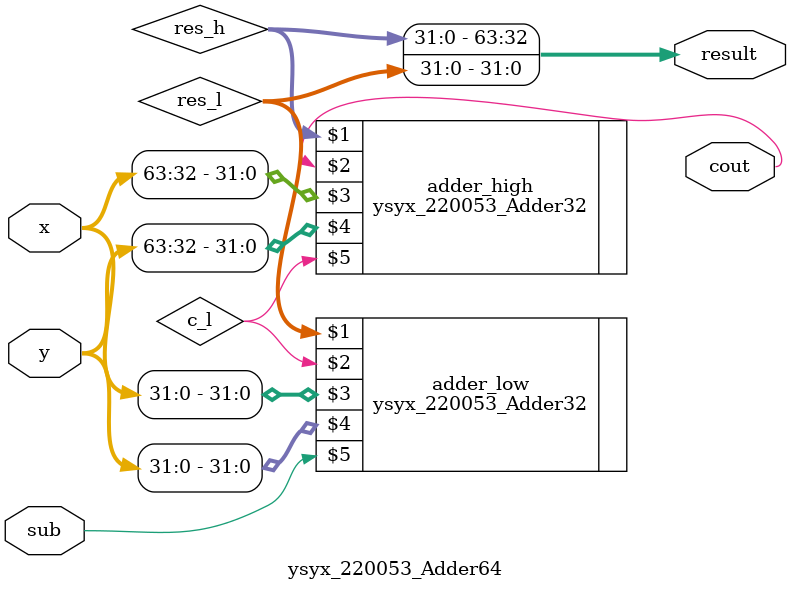
<source format=v>
module ysyx_220053_Adder64(
    output [63:0] result,
    output cout,
    input [63:0] x,y,
    input sub
);
    wire [31:0] res_l, res_h;
    wire c_l;
    ysyx_220053_Adder32 adder_low(res_l, c_l, x[31:0], y[31:0], sub);
    ysyx_220053_Adder32 adder_high(res_h, cout, x[63:32], y[63:32], c_l);
    assign result = {res_h, res_l};
endmodule

</source>
